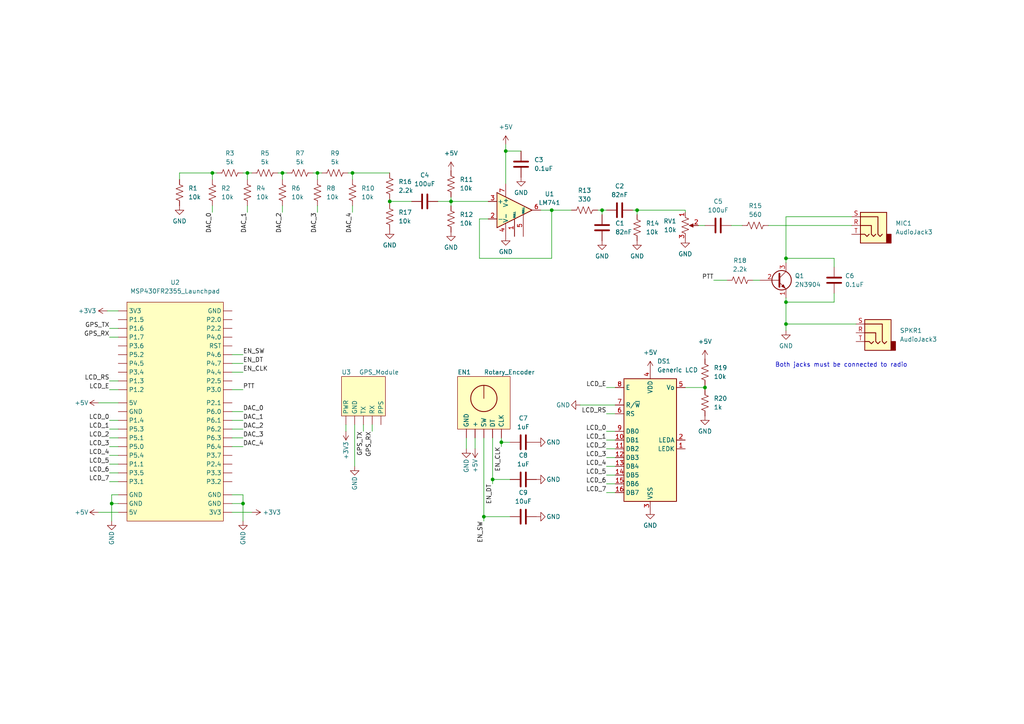
<source format=kicad_sch>
(kicad_sch (version 20211123) (generator eeschema)
  (paper "A4")
  (lib_symbols
    (symbol "APRS_Modem_Parts:GPS_Module"
      (property "Reference" "U" (at -5.08 7.62 0))
      (property "Value" "GPS_Module" (at 2.54 7.62 0))
      (symbol "GPS_Module_0_1"
        (rectangle (start -6.35 6.35) (end 6.35 -5.08) (fill (type background)))
      )
      (symbol "GPS_Module_1_1"
        (pin output line (at -2.54 -7.62 90) (length 2.54) (name "GND") (number ""))
        (pin output line (at 5.08 -7.62 90) (length 2.54) (name "PPS") (number ""))
        (pin output line (at -5.08 -7.62 90) (length 2.54) (name "PWR") (number ""))
        (pin output line (at 2.54 -7.62 90) (length 2.54) (name "RX") (number ""))
        (pin output line (at 0 -7.62 90) (length 2.54) (name "TX") (number ""))
      )
    )
    (symbol "APRS_Modem_Parts:MSP430FR2355_Launchpad"
      (property "Reference" "U" (at -12.7 13.97 0))
      (property "Value" "MSP430FR2355_Launchpad" (at 0 -52.07 0))
      (symbol "MSP430FR2355_Launchpad_0_1"
        (rectangle (start -13.97 12.7) (end 13.97 -50.8) (fill (type background)))
      )
      (symbol "MSP430FR2355_Launchpad_1_1"
        (pin bidirectional line (at -16.51 10.16 0) (length 2.54) (name "3V3") (number ""))
        (pin output line (at 16.51 -48.26 180) (length 2.54) (name "3V3") (number ""))
        (pin output line (at -16.51 -48.26 0) (length 2.54) (name "5V") (number ""))
        (pin bidirectional line (at -16.51 -16.51 0) (length 2.54) (name "5V") (number ""))
        (pin output line (at -16.51 -45.72 0) (length 2.54) (name "GND") (number ""))
        (pin output line (at -16.51 -43.18 0) (length 2.54) (name "GND") (number ""))
        (pin bidirectional line (at -16.51 -19.05 0) (length 2.54) (name "GND") (number ""))
        (pin output line (at 16.51 -45.72 180) (length 2.54) (name "GND") (number ""))
        (pin output line (at 16.51 -43.18 180) (length 2.54) (name "GND") (number ""))
        (pin output line (at 16.51 10.16 180) (length 2.54) (name "GND") (number ""))
        (pin bidirectional line (at -16.51 -34.29 0) (length 2.54) (name "P1.1") (number ""))
        (pin bidirectional line (at -16.51 -12.7 0) (length 2.54) (name "P1.2") (number ""))
        (pin bidirectional line (at -16.51 -10.16 0) (length 2.54) (name "P1.3") (number ""))
        (pin bidirectional line (at -16.51 -21.59 0) (length 2.54) (name "P1.4") (number ""))
        (pin bidirectional line (at -16.51 7.62 0) (length 2.54) (name "P1.5") (number ""))
        (pin bidirectional line (at -16.51 5.08 0) (length 2.54) (name "P1.6") (number ""))
        (pin bidirectional line (at -16.51 2.54 0) (length 2.54) (name "P1.7") (number ""))
        (pin bidirectional line (at 16.51 7.62 180) (length 2.54) (name "P2.0") (number ""))
        (pin bidirectional line (at 16.51 -16.51 180) (length 2.54) (name "P2.1") (number ""))
        (pin bidirectional line (at 16.51 5.08 180) (length 2.54) (name "P2.2") (number ""))
        (pin bidirectional line (at 16.51 -34.29 180) (length 2.54) (name "P2.4") (number ""))
        (pin bidirectional line (at 16.51 -10.16 180) (length 2.54) (name "P2.5") (number ""))
        (pin bidirectional line (at 16.51 -12.7 180) (length 2.54) (name "P3.0") (number ""))
        (pin output line (at -16.51 -39.37 0) (length 2.54) (name "P3.1") (number ""))
        (pin bidirectional line (at 16.51 -39.37 180) (length 2.54) (name "P3.2") (number ""))
        (pin bidirectional line (at 16.51 -36.83 180) (length 2.54) (name "P3.3") (number ""))
        (pin bidirectional line (at -16.51 -7.62 0) (length 2.54) (name "P3.4") (number ""))
        (pin bidirectional line (at -16.51 -36.83 0) (length 2.54) (name "P3.5") (number ""))
        (pin bidirectional line (at -16.51 0 0) (length 2.54) (name "P3.6") (number ""))
        (pin bidirectional line (at 16.51 -31.75 180) (length 2.54) (name "P3.7") (number ""))
        (pin bidirectional line (at 16.51 2.54 180) (length 2.54) (name "P4.0") (number ""))
        (pin bidirectional line (at 16.51 -7.62 180) (length 2.54) (name "P4.4") (number ""))
        (pin bidirectional line (at -16.51 -5.08 0) (length 2.54) (name "P4.5") (number ""))
        (pin bidirectional line (at 16.51 -2.54 180) (length 2.54) (name "P4.6") (number ""))
        (pin bidirectional line (at 16.51 -5.08 180) (length 2.54) (name "P4.7") (number ""))
        (pin bidirectional line (at -16.51 -29.21 0) (length 2.54) (name "P5.0") (number ""))
        (pin bidirectional line (at -16.51 -26.67 0) (length 2.54) (name "P5.1") (number ""))
        (pin bidirectional line (at -16.51 -2.54 0) (length 2.54) (name "P5.2") (number ""))
        (pin bidirectional line (at -16.51 -24.13 0) (length 2.54) (name "P5.3") (number ""))
        (pin bidirectional line (at -16.51 -31.75 0) (length 2.54) (name "P5.4") (number ""))
        (pin bidirectional line (at 16.51 -19.05 180) (length 2.54) (name "P6.0") (number ""))
        (pin bidirectional line (at 16.51 -21.59 180) (length 2.54) (name "P6.1") (number ""))
        (pin bidirectional line (at 16.51 -24.13 180) (length 2.54) (name "P6.2") (number ""))
        (pin bidirectional line (at 16.51 -26.67 180) (length 2.54) (name "P6.3") (number ""))
        (pin bidirectional line (at 16.51 -29.21 180) (length 2.54) (name "P6.4") (number ""))
        (pin bidirectional line (at 16.51 0 180) (length 2.54) (name "RST") (number ""))
      )
    )
    (symbol "APRS_Modem_Parts:Rotary_Encoder"
      (property "Reference" "EN" (at -6.35 8.89 0))
      (property "Value" "Rotary_Encoder" (at 10.16 8.89 0))
      (symbol "Rotary_Encoder_0_1"
        (rectangle (start -7.62 7.62) (end 7.62 -7.62) (fill (type background)))
        (polyline (pts (xy 0 5.08) (xy 0 1.27)) (stroke (width 0.2)))
        (circle (center 0 1.27) (radius 3.81) (stroke (width 0.25)))
      )
      (symbol "Rotary_Encoder_1_1"
        (pin input line (at -2.54 -10.16 90) (length 2.54) (name "+") (number ""))
        (pin output line (at 5.08 -10.16 90) (length 2.54) (name "CLK") (number ""))
        (pin output line (at 2.54 -10.16 90) (length 2.54) (name "DT") (number ""))
        (pin input line (at -5.08 -10.16 90) (length 2.54) (name "GND") (number ""))
        (pin output line (at 0 -10.16 90) (length 2.54) (name "SW") (number ""))
      )
    )
    (symbol "Amplifier_Operational:LM741" (pin_names (offset 0.127))
      (property "Reference" "U" (at 0 6.35 0))
      (property "Value" "LM741" (at 0 3.81 0))
      (symbol "LM741_0_1"
        (polyline (pts (xy -5.08 5.08) (xy 5.08 0) (xy -5.08 -5.08) (xy -5.08 5.08)) (stroke (width 0.254)) (fill (type background)))
      )
      (symbol "LM741_1_1"
        (pin input line (at 0 -7.62 90) (length 5.08) (name "NULL") (number "1"))
        (pin input line (at -7.62 -2.54 0) (length 2.54) (name "-") (number "2"))
        (pin input line (at -7.62 2.54 0) (length 2.54) (name "+") (number "3"))
        (pin power_in line (at -2.54 -7.62 90) (length 3.81) (name "V-") (number "4"))
        (pin input line (at 2.54 -7.62 90) (length 6.35) (name "NULL") (number "5"))
        (pin output line (at 7.62 0 180) (length 2.54) (name "~") (number "6"))
        (pin power_in line (at -2.54 7.62 270) (length 3.81) (name "V+") (number "7"))
        (pin no_connect line (at 0 2.54 270) (length 2.54) hide (name "NC") (number "8"))
      )
    )
    (symbol "Connector:AudioJack3"
      (property "Reference" "J" (at 0 8.89 0))
      (property "Value" "AudioJack3" (at 0 6.35 0))
      (symbol "AudioJack3_0_1"
        (rectangle (start -5.08 -5.08) (end -6.35 -2.54) (stroke (width 0.254)) (fill (type outline)))
        (polyline (pts (xy 0 -2.54) (xy 0.635 -3.175) (xy 1.27 -2.54) (xy 2.54 -2.54)) (stroke (width 0.254)))
        (polyline (pts (xy -1.905 -2.54) (xy -1.27 -3.175) (xy -0.635 -2.54) (xy -0.635 0) (xy 2.54 0)) (stroke (width 0.254)))
        (polyline (pts (xy 2.54 2.54) (xy -2.54 2.54) (xy -2.54 -2.54) (xy -3.175 -3.175) (xy -3.81 -2.54)) (stroke (width 0.254)))
        (rectangle (start 2.54 3.81) (end -5.08 -5.08) (stroke (width 0.254)) (fill (type background)))
      )
      (symbol "AudioJack3_1_1"
        (pin passive line (at 5.08 0 180) (length 2.54) (name "~") (number "R"))
        (pin passive line (at 5.08 2.54 180) (length 2.54) (name "~") (number "S"))
        (pin passive line (at 5.08 -2.54 180) (length 2.54) (name "~") (number "T"))
      )
    )
    (symbol "Device:C" (pin_numbers hide) (pin_names (offset 0.254))
      (property "Reference" "C" (at 0.635 2.54 0))
      (property "Value" "C" (at 0.635 -2.54 0))
      (symbol "C_0_1"
        (polyline (pts (xy -2.032 -0.762) (xy 2.032 -0.762)) (stroke (width 0.508)))
        (polyline (pts (xy -2.032 0.762) (xy 2.032 0.762)) (stroke (width 0.508)))
      )
      (symbol "C_1_1"
        (pin passive line (at 0 3.81 270) (length 2.794) (name "~") (number "1"))
        (pin passive line (at 0 -3.81 90) (length 2.794) (name "~") (number "2"))
      )
    )
    (symbol "Device:R_Potentiometer_US" (pin_names (offset 1.016) hide)
      (property "Reference" "RV" (at -4.445 0 90))
      (property "Value" "R_Potentiometer_US" (at -2.54 0 90))
      (symbol "R_Potentiometer_US_0_1"
        (polyline (pts (xy 0 -2.286) (xy 0 -2.54)))
        (polyline (pts (xy 0 2.54) (xy 0 2.286)))
        (polyline (pts (xy 2.54 0) (xy 1.524 0)))
        (polyline (pts (xy 1.143 0) (xy 2.286 0.508) (xy 2.286 -0.508) (xy 1.143 0)) (fill (type outline)))
        (polyline (pts (xy 0 -0.762) (xy 1.016 -1.143) (xy 0 -1.524) (xy -1.016 -1.905) (xy 0 -2.286)))
        (polyline (pts (xy 0 0.762) (xy 1.016 0.381) (xy 0 0) (xy -1.016 -0.381) (xy 0 -0.762)))
        (polyline (pts (xy 0 2.286) (xy 1.016 1.905) (xy 0 1.524) (xy -1.016 1.143) (xy 0 0.762)))
      )
      (symbol "R_Potentiometer_US_1_1"
        (pin passive line (at 0 3.81 270) (length 1.27) (name "1") (number "1"))
        (pin passive line (at 3.81 0 180) (length 1.27) (name "2") (number "2"))
        (pin passive line (at 0 -3.81 90) (length 1.27) (name "3") (number "3"))
      )
    )
    (symbol "Device:R_US" (pin_numbers hide) (pin_names (offset 0))
      (property "Reference" "R" (at 2.54 0 90))
      (property "Value" "R_US" (at -2.54 0 90))
      (symbol "R_US_0_1"
        (polyline (pts (xy 0 -2.286) (xy 0 -2.54)))
        (polyline (pts (xy 0 2.286) (xy 0 2.54)))
        (polyline (pts (xy 0 -0.762) (xy 1.016 -1.143) (xy 0 -1.524) (xy -1.016 -1.905) (xy 0 -2.286)))
        (polyline (pts (xy 0 0.762) (xy 1.016 0.381) (xy 0 0) (xy -1.016 -0.381) (xy 0 -0.762)))
        (polyline (pts (xy 0 2.286) (xy 1.016 1.905) (xy 0 1.524) (xy -1.016 1.143) (xy 0 0.762)))
      )
      (symbol "R_US_1_1"
        (pin passive line (at 0 3.81 270) (length 1.27) (name "~") (number "1"))
        (pin passive line (at 0 -3.81 90) (length 1.27) (name "~") (number "2"))
      )
    )
    (symbol "Display_Character:HY1602E"
      (property "Reference" "DS" (at -6.096 19.05 0))
      (property "Value" "HY1602E" (at 5.08 19.05 0))
      (symbol "HY1602E_0_1"
        (rectangle (start -7.62 17.78) (end 7.62 -17.78) (stroke (width 0.254)) (fill (type background)))
      )
      (symbol "HY1602E_1_1"
        (pin passive line (at 10.16 -2.54 180) (length 2.54) (name "LEDK") (number "1"))
        (pin bidirectional line (at -10.16 0 0) (length 2.54) (name "DB1") (number "10"))
        (pin bidirectional line (at -10.16 -2.54 0) (length 2.54) (name "DB2") (number "11"))
        (pin bidirectional line (at -10.16 -5.08 0) (length 2.54) (name "DB3") (number "12"))
        (pin bidirectional line (at -10.16 -7.62 0) (length 2.54) (name "DB4") (number "13"))
        (pin bidirectional line (at -10.16 -10.16 0) (length 2.54) (name "DB5") (number "14"))
        (pin bidirectional line (at -10.16 -12.7 0) (length 2.54) (name "DB6") (number "15"))
        (pin bidirectional line (at -10.16 -15.24 0) (length 2.54) (name "DB7") (number "16"))
        (pin passive line (at 10.16 0 180) (length 2.54) (name "LEDA") (number "2"))
        (pin power_in line (at 0 -20.32 90) (length 2.54) (name "VSS") (number "3"))
        (pin power_in line (at 0 20.32 270) (length 2.54) (name "VDD") (number "4"))
        (pin input line (at 10.16 15.24 180) (length 2.54) (name "Vo") (number "5"))
        (pin input line (at -10.16 7.62 0) (length 2.54) (name "RS") (number "6"))
        (pin input line (at -10.16 10.16 0) (length 2.54) (name "R/~{W}") (number "7"))
        (pin input line (at -10.16 15.24 0) (length 2.54) (name "E") (number "8"))
        (pin bidirectional line (at -10.16 2.54 0) (length 2.54) (name "DB0") (number "9"))
      )
    )
    (symbol "Transistor_BJT:2N3904" (pin_names (offset 0) hide)
      (property "Reference" "Q" (at 5.08 1.905 0))
      (property "Value" "2N3904" (at 5.08 0 0))
      (symbol "2N3904_0_1"
        (polyline (pts (xy 0.635 0.635) (xy 2.54 2.54)))
        (polyline (pts (xy 0.635 -0.635) (xy 2.54 -2.54) (xy 2.54 -2.54)))
        (polyline (pts (xy 0.635 1.905) (xy 0.635 -1.905) (xy 0.635 -1.905)) (stroke (width 0.508)))
        (polyline (pts (xy 1.27 -1.778) (xy 1.778 -1.27) (xy 2.286 -2.286) (xy 1.27 -1.778) (xy 1.27 -1.778)) (fill (type outline)))
        (circle (center 1.27 0) (radius 2.8194) (stroke (width 0.254)))
      )
      (symbol "2N3904_1_1"
        (pin passive line (at 2.54 -5.08 90) (length 2.54) (name "E") (number "1"))
        (pin passive line (at -5.08 0 0) (length 5.715) (name "B") (number "2"))
        (pin passive line (at 2.54 5.08 270) (length 2.54) (name "C") (number "3"))
      )
    )
    (symbol "power:+3V3" (power) (pin_names (offset 0))
      (property "Value" "+3V3" (at 0 3.556 0))
      (symbol "+3V3_0_1"
        (polyline (pts (xy -0.762 1.27) (xy 0 2.54)))
        (polyline (pts (xy 0 0) (xy 0 2.54)))
        (polyline (pts (xy 0 2.54) (xy 0.762 1.27)))
      )
      (symbol "+3V3_1_1"
        (pin power_in line (at 0 0 90) (length 0) hide (name "+3V3") (number "1"))
      )
    )
    (symbol "power:+5V" (power) (pin_names (offset 0))
      (property "Value" "+5V" (at 0 3.556 0))
      (symbol "+5V_0_1"
        (polyline (pts (xy -0.762 1.27) (xy 0 2.54)))
        (polyline (pts (xy 0 0) (xy 0 2.54)))
        (polyline (pts (xy 0 2.54) (xy 0.762 1.27)))
      )
      (symbol "+5V_1_1"
        (pin power_in line (at 0 0 90) (length 0) hide (name "+5V") (number "1"))
      )
    )
    (symbol "power:GND" (power) (pin_names (offset 0))
      (property "Value" "GND" (at 0 -3.81 0))
      (symbol "GND_0_1"
        (polyline (pts (xy 0 0) (xy 0 -1.27) (xy 1.27 -1.27) (xy 0 -2.54) (xy -1.27 -1.27) (xy 0 -1.27)))
      )
      (symbol "GND_1_1"
        (pin power_in line (at 0 0 270) (length 0) hide (name "GND") (number "1"))
      )
    )
  )
  (junction (at 32.385 146.05))
  (junction (at 184.785 60.96))
  (junction (at 227.965 93.98))
  (junction (at 81.915 50.165))
  (junction (at 61.595 50.165))
  (junction (at 140.335 149.86))
  (junction (at 71.755 50.165))
  (junction (at 145.415 128.27))
  (junction (at 70.485 146.05))
  (junction (at 160.02 60.96))
  (junction (at 142.875 139.065))
  (junction (at 204.47 112.395))
  (junction (at 92.075 50.165))
  (junction (at 146.685 43.815))
  (junction (at 227.965 74.93))
  (junction (at 130.81 58.42))
  (junction (at 113.03 58.42))
  (junction (at 174.625 60.96))
  (junction (at 227.965 87.63))
  (junction (at 102.235 50.165))
  (wire (pts (xy 204.47 112.395) (xy 204.47 113.03)))
  (wire (pts (xy 160.02 60.96) (xy 160.02 74.93)))
  (wire (pts (xy 107.95 123.19) (xy 107.95 125.095)))
  (wire (pts (xy 31.75 127) (xy 34.29 127)))
  (wire (pts (xy 207.01 81.28) (xy 210.82 81.28)))
  (wire (pts (xy 204.47 111.76) (xy 204.47 112.395)))
  (wire (pts (xy 139.065 74.93) (xy 139.065 63.5)))
  (wire (pts (xy 227.965 87.63) (xy 241.935 87.63)))
  (wire (pts (xy 67.31 102.87) (xy 70.485 102.87)))
  (wire (pts (xy 174.625 60.96) (xy 174.625 62.23)))
  (wire (pts (xy 227.965 93.98) (xy 227.965 95.885)))
  (wire (pts (xy 67.31 129.54) (xy 70.485 129.54)))
  (wire (pts (xy 241.935 85.09) (xy 241.935 87.63)))
  (wire (pts (xy 90.805 50.165) (xy 92.075 50.165)))
  (wire (pts (xy 198.755 112.395) (xy 204.47 112.395)))
  (wire (pts (xy 67.31 127) (xy 70.485 127)))
  (wire (pts (xy 184.785 60.96) (xy 184.785 62.23)))
  (wire (pts (xy 31.75 121.92) (xy 34.29 121.92)))
  (wire (pts (xy 81.915 50.165) (xy 83.185 50.165)))
  (wire (pts (xy 175.895 137.795) (xy 178.435 137.795)))
  (wire (pts (xy 102.87 123.19) (xy 102.87 135.255)))
  (wire (pts (xy 145.415 127) (xy 145.415 128.27)))
  (wire (pts (xy 227.965 87.63) (xy 227.965 93.98)))
  (wire (pts (xy 100.965 50.165) (xy 102.235 50.165)))
  (wire (pts (xy 247.015 62.865) (xy 227.965 62.865)))
  (wire (pts (xy 61.595 50.165) (xy 62.865 50.165)))
  (wire (pts (xy 32.385 146.05) (xy 32.385 151.13)))
  (wire (pts (xy 198.755 61.595) (xy 198.755 60.96)))
  (wire (pts (xy 140.335 149.86) (xy 140.335 151.13)))
  (wire (pts (xy 102.235 59.69) (xy 102.235 61.595)))
  (wire (pts (xy 32.385 143.51) (xy 32.385 146.05)))
  (wire (pts (xy 92.075 50.165) (xy 92.075 52.07)))
  (wire (pts (xy 160.02 60.96) (xy 165.735 60.96)))
  (wire (pts (xy 142.875 139.065) (xy 147.955 139.065)))
  (wire (pts (xy 142.875 127) (xy 142.875 139.065)))
  (wire (pts (xy 227.965 93.98) (xy 248.285 93.98)))
  (wire (pts (xy 227.965 86.36) (xy 227.965 87.63)))
  (wire (pts (xy 31.75 137.16) (xy 34.29 137.16)))
  (wire (pts (xy 31.75 132.08) (xy 34.29 132.08)))
  (wire (pts (xy 173.355 60.96) (xy 174.625 60.96)))
  (wire (pts (xy 168.275 117.475) (xy 178.435 117.475)))
  (wire (pts (xy 130.81 58.42) (xy 141.605 58.42)))
  (wire (pts (xy 52.07 52.07) (xy 52.07 50.165)))
  (wire (pts (xy 146.685 43.815) (xy 146.685 53.34)))
  (wire (pts (xy 67.31 107.95) (xy 70.485 107.95)))
  (wire (pts (xy 92.075 59.69) (xy 92.075 61.595)))
  (wire (pts (xy 80.645 50.165) (xy 81.915 50.165)))
  (wire (pts (xy 67.31 124.46) (xy 70.485 124.46)))
  (wire (pts (xy 142.875 139.065) (xy 142.875 140.335)))
  (wire (pts (xy 175.895 112.395) (xy 178.435 112.395)))
  (wire (pts (xy 140.335 149.86) (xy 147.955 149.86)))
  (wire (pts (xy 227.965 74.93) (xy 241.935 74.93)))
  (wire (pts (xy 102.235 50.165) (xy 113.03 50.165)))
  (wire (pts (xy 67.31 148.59) (xy 73.025 148.59)))
  (wire (pts (xy 113.03 58.42) (xy 119.38 58.42)))
  (wire (pts (xy 174.625 60.96) (xy 175.895 60.96)))
  (wire (pts (xy 202.565 65.405) (xy 204.47 65.405)))
  (wire (pts (xy 67.31 119.38) (xy 70.485 119.38)))
  (wire (pts (xy 32.385 146.05) (xy 34.29 146.05)))
  (wire (pts (xy 175.895 130.175) (xy 178.435 130.175)))
  (wire (pts (xy 31.75 97.79) (xy 34.29 97.79)))
  (wire (pts (xy 31.75 139.7) (xy 34.29 139.7)))
  (wire (pts (xy 135.255 127) (xy 135.255 130.175)))
  (wire (pts (xy 105.41 123.19) (xy 105.41 125.095)))
  (wire (pts (xy 130.81 57.15) (xy 130.81 58.42)))
  (wire (pts (xy 71.755 59.69) (xy 71.755 61.595)))
  (wire (pts (xy 139.065 63.5) (xy 141.605 63.5)))
  (wire (pts (xy 61.595 59.69) (xy 61.595 61.595)))
  (wire (pts (xy 67.31 113.03) (xy 70.485 113.03)))
  (wire (pts (xy 146.685 41.91) (xy 146.685 43.815)))
  (wire (pts (xy 81.915 59.69) (xy 81.915 61.595)))
  (wire (pts (xy 70.485 50.165) (xy 71.755 50.165)))
  (wire (pts (xy 175.895 120.015) (xy 178.435 120.015)))
  (wire (pts (xy 175.895 127.635) (xy 178.435 127.635)))
  (wire (pts (xy 227.965 74.93) (xy 227.965 76.2)))
  (wire (pts (xy 183.515 60.96) (xy 184.785 60.96)))
  (wire (pts (xy 70.485 143.51) (xy 70.485 146.05)))
  (wire (pts (xy 184.785 60.96) (xy 198.755 60.96)))
  (wire (pts (xy 218.44 81.28) (xy 220.345 81.28)))
  (wire (pts (xy 175.895 135.255) (xy 178.435 135.255)))
  (wire (pts (xy 31.75 129.54) (xy 34.29 129.54)))
  (wire (pts (xy 100.33 123.19) (xy 100.33 125.095)))
  (wire (pts (xy 71.755 50.165) (xy 73.025 50.165)))
  (wire (pts (xy 70.485 146.05) (xy 70.485 151.13)))
  (wire (pts (xy 28.575 116.84) (xy 34.29 116.84)))
  (wire (pts (xy 52.07 50.165) (xy 61.595 50.165)))
  (wire (pts (xy 31.75 95.25) (xy 34.29 95.25)))
  (wire (pts (xy 175.895 140.335) (xy 178.435 140.335)))
  (wire (pts (xy 31.75 124.46) (xy 34.29 124.46)))
  (wire (pts (xy 92.075 50.165) (xy 93.345 50.165)))
  (wire (pts (xy 67.31 105.41) (xy 70.485 105.41)))
  (wire (pts (xy 160.02 74.93) (xy 139.065 74.93)))
  (wire (pts (xy 156.845 60.96) (xy 160.02 60.96)))
  (wire (pts (xy 71.755 50.165) (xy 71.755 52.07)))
  (wire (pts (xy 227.965 62.865) (xy 227.965 74.93)))
  (wire (pts (xy 130.81 59.69) (xy 130.81 58.42)))
  (wire (pts (xy 113.03 58.42) (xy 113.03 57.785)))
  (wire (pts (xy 175.895 132.715) (xy 178.435 132.715)))
  (wire (pts (xy 145.415 128.27) (xy 147.955 128.27)))
  (wire (pts (xy 241.935 77.47) (xy 241.935 74.93)))
  (wire (pts (xy 146.685 43.815) (xy 151.13 43.815)))
  (wire (pts (xy 31.75 134.62) (xy 34.29 134.62)))
  (wire (pts (xy 137.795 127) (xy 137.795 130.175)))
  (wire (pts (xy 102.235 50.165) (xy 102.235 52.07)))
  (wire (pts (xy 81.915 50.165) (xy 81.915 52.07)))
  (wire (pts (xy 212.09 65.405) (xy 215.265 65.405)))
  (wire (pts (xy 34.29 143.51) (xy 32.385 143.51)))
  (wire (pts (xy 61.595 50.165) (xy 61.595 52.07)))
  (wire (pts (xy 67.31 121.92) (xy 70.485 121.92)))
  (wire (pts (xy 28.575 148.59) (xy 34.29 148.59)))
  (wire (pts (xy 67.31 143.51) (xy 70.485 143.51)))
  (wire (pts (xy 113.03 59.055) (xy 113.03 58.42)))
  (wire (pts (xy 222.885 65.405) (xy 247.015 65.405)))
  (wire (pts (xy 127 58.42) (xy 130.81 58.42)))
  (wire (pts (xy 31.115 90.17) (xy 34.29 90.17)))
  (wire (pts (xy 140.335 127) (xy 140.335 149.86)))
  (wire (pts (xy 67.31 146.05) (xy 70.485 146.05)))
  (wire (pts (xy 175.895 125.095) (xy 178.435 125.095)))
  (wire (pts (xy 145.415 128.27) (xy 145.415 129.54)))
  (wire (pts (xy 31.75 110.49) (xy 34.29 110.49)))
  (wire (pts (xy 175.895 142.875) (xy 178.435 142.875)))
  (wire (pts (xy 31.75 113.03) (xy 34.29 113.03)))
  (text "Both jacks must be connected to radio" (at 224.79 106.68 0) (effects (font (size 1.27 1.27)) (justify left bottom)))
  (label "LCD_7" (at 175.895 142.875 180))
  (label "LCD_0" (at 31.75 121.92 180))
  (label "LCD_4" (at 31.75 132.08 180))
  (label "LCD_7" (at 31.75 139.7 180))
  (label "LCD_0" (at 175.895 125.095 180))
  (label "LCD_RS" (at 31.75 110.49 180))
  (label "EN_CLK" (at 70.485 107.95 0))
  (label "LCD_6" (at 175.895 140.335 180))
  (label "GPS_TX" (at 105.41 125.095 270))
  (label "DAC_4" (at 70.485 129.54 0))
  (label "DAC_4" (at 102.235 61.595 270))
  (label "LCD_1" (at 175.895 127.635 180))
  (label "LCD_2" (at 175.895 130.175 180))
  (label "LCD_RS" (at 175.895 120.015 180))
  (label "EN_DT" (at 142.875 140.335 270))
  (label "DAC_0" (at 70.485 119.38 0))
  (label "DAC_1" (at 71.755 61.595 270))
  (label "GPS_RX" (at 107.95 125.095 270))
  (label "LCD_1" (at 31.75 124.46 180))
  (label "LCD_E" (at 175.895 112.395 180))
  (label "EN_CLK" (at 145.415 129.54 270))
  (label "GPS_TX" (at 31.75 95.25 180))
  (label "PTT" (at 70.485 113.03 0))
  (label "EN_SW" (at 70.485 102.87 0))
  (label "EN_SW" (at 140.335 151.13 270))
  (label "LCD_6" (at 31.75 137.16 180))
  (label "PTT" (at 207.01 81.28 180))
  (label "EN_DT" (at 70.485 105.41 0))
  (label "DAC_2" (at 70.485 124.46 0))
  (label "LCD_E" (at 31.75 113.03 180))
  (label "LCD_4" (at 175.895 135.255 180))
  (label "LCD_3" (at 175.895 132.715 180))
  (label "DAC_1" (at 70.485 121.92 0))
  (label "GPS_RX" (at 31.75 97.79 180))
  (label "LCD_5" (at 175.895 137.795 180))
  (label "DAC_3" (at 92.075 61.595 270))
  (label "DAC_0" (at 61.595 61.595 270))
  (label "LCD_3" (at 31.75 129.54 180))
  (label "DAC_2" (at 81.915 61.595 270))
  (label "LCD_2" (at 31.75 127 180))
  (label "DAC_3" (at 70.485 127 0))
  (label "LCD_5" (at 31.75 134.62 180))
  (symbol (lib_id "Device:R_US") (at 102.235 55.88 0) (unit 1)
    (property "Reference" "R10" (at 104.775 54.6099 0) (effects (justify left)))
    (property "Value" "10k" (at 104.775 57.1499 0) (effects (justify left)))
  )
  (symbol (lib_id "Device:C") (at 151.765 139.065 90) (unit 1)
    (property "Reference" "C8" (at 151.765 132.08 90))
    (property "Value" "1uF" (at 151.765 134.62 90))
  )
  (symbol (lib_id "power:+5V") (at 130.81 49.53 0) (unit 1)
    (property "Reference" "#PWR03" (effects hide))
    (property "Value" "+5V" (at 130.81 44.45 0))
  )
  (symbol (lib_id "Device:C") (at 151.13 47.625 0) (unit 1)
    (property "Reference" "C3" (at 154.94 46.3549 0) (effects (justify left)))
    (property "Value" "0.1uF" (at 154.94 48.8949 0) (effects (justify left)))
  )
  (symbol (lib_id "Device:R_US") (at 130.81 63.5 0) (unit 1)
    (property "Reference" "R12" (at 133.35 62.2299 0) (effects (justify left)))
    (property "Value" "10k" (at 133.35 64.7699 0) (effects (justify left)))
  )
  (symbol (lib_id "Device:R_Potentiometer_US") (at 198.755 65.405 0) (unit 1)
    (property "Reference" "RV1" (at 196.215 64.1349 0) (effects (justify right)))
    (property "Value" "10k" (at 196.215 66.6749 0) (effects (justify right)))
  )
  (symbol (lib_id "power:+3V3") (at 31.115 90.17 90) (unit 1)
    (property "Reference" "#PWR026" (effects hide))
    (property "Value" "+3V3" (at 27.94 90.1699 90) (effects (justify left)))
  )
  (symbol (lib_id "Device:R_US") (at 86.995 50.165 90) (unit 1)
    (property "Reference" "R7" (at 86.995 44.45 90))
    (property "Value" "5k" (at 86.995 46.99 90))
  )
  (symbol (lib_id "power:GND") (at 188.595 147.955 0) (unit 1)
    (property "Reference" "#PWR012" (effects hide))
    (property "Value" "GND" (at 188.595 152.4 0))
  )
  (symbol (lib_id "power:+5V") (at 137.795 130.175 180) (unit 1)
    (property "Reference" "#PWR017" (effects hide))
    (property "Value" "+5V" (at 137.795 137.16 90) (effects (justify right)))
  )
  (symbol (lib_id "Device:R_US") (at 214.63 81.28 90) (unit 1)
    (property "Reference" "R18" (at 214.63 75.565 90))
    (property "Value" "2.2k" (at 214.63 78.105 90))
  )
  (symbol (lib_id "power:GND") (at 227.965 95.885 0) (unit 1)
    (property "Reference" "#PWR016" (effects hide))
    (property "Value" "GND" (at 227.965 100.33 0))
  )
  (symbol (lib_id "power:GND") (at 52.07 59.69 0) (unit 1)
    (property "Reference" "#PWR01" (effects hide))
    (property "Value" "GND" (at 52.07 64.135 0))
  )
  (symbol (lib_id "Device:R_US") (at 113.03 62.865 0) (unit 1)
    (property "Reference" "R17" (at 115.57 61.5949 0) (effects (justify left)))
    (property "Value" "10k" (at 115.57 64.1349 0) (effects (justify left)))
  )
  (symbol (lib_id "Connector:AudioJack3") (at 253.365 96.52 0) (mirror y) (unit 1)
    (property "Reference" "SPKR1" (at 260.985 95.8849 0) (effects (justify right)))
    (property "Value" "AudioJack3" (at 260.985 98.4249 0) (effects (justify right)))
  )
  (symbol (lib_id "Device:C") (at 123.19 58.42 90) (unit 1)
    (property "Reference" "C4" (at 123.19 50.8 90))
    (property "Value" "100uF" (at 123.19 53.34 90))
  )
  (symbol (lib_id "power:+5V") (at 146.685 41.91 0) (unit 1)
    (property "Reference" "#PWR05" (effects hide))
    (property "Value" "+5V" (at 146.685 36.83 0))
  )
  (symbol (lib_id "power:GND") (at 135.255 130.175 0) (unit 1)
    (property "Reference" "#PWR015" (effects hide))
    (property "Value" "GND" (at 135.255 137.16 90) (effects (justify left)))
  )
  (symbol (lib_id "Device:R_US") (at 130.81 53.34 0) (unit 1)
    (property "Reference" "R11" (at 133.35 52.0699 0) (effects (justify left)))
    (property "Value" "10k" (at 133.35 54.6099 0) (effects (justify left)))
  )
  (symbol (lib_id "power:+3V3") (at 100.33 125.095 180) (unit 1)
    (property "Reference" "#PWR028" (effects hide))
    (property "Value" "+3V3" (at 100.33 133.35 90) (effects (justify right)))
  )
  (symbol (lib_id "power:GND") (at 198.755 69.215 0) (unit 1)
    (property "Reference" "#PWR011" (effects hide))
    (property "Value" "GND" (at 198.755 73.66 0))
  )
  (symbol (lib_id "APRS_Modem_Parts:MSP430FR2355_Launchpad") (at 50.8 100.33 0) (unit 1)
    (property "Reference" "U2" (at 50.8 81.915 0))
    (property "Value" "MSP430FR2355_Launchpad" (at 50.8 84.455 0))
  )
  (symbol (lib_id "Device:R_US") (at 169.545 60.96 90) (unit 1)
    (property "Reference" "R13" (at 169.545 55.245 90))
    (property "Value" "330" (at 169.545 57.785 90))
  )
  (symbol (lib_id "power:GND") (at 174.625 69.85 0) (unit 1)
    (property "Reference" "#PWR06" (effects hide))
    (property "Value" "GND" (at 174.625 74.295 0))
  )
  (symbol (lib_id "Device:R_US") (at 81.915 55.88 0) (unit 1)
    (property "Reference" "R6" (at 84.455 54.6099 0) (effects (justify left)))
    (property "Value" "10k" (at 84.455 57.1499 0) (effects (justify left)))
  )
  (symbol (lib_id "power:GND") (at 204.47 120.65 0) (unit 1)
    (property "Reference" "#PWR014" (effects hide))
    (property "Value" "GND" (at 204.47 125.095 0))
  )
  (symbol (lib_id "Device:C") (at 151.765 149.86 90) (unit 1)
    (property "Reference" "C9" (at 151.765 142.875 90))
    (property "Value" "10uF" (at 151.765 145.415 90))
  )
  (symbol (lib_id "power:GND") (at 113.03 66.675 0) (unit 1)
    (property "Reference" "#PWR09" (effects hide))
    (property "Value" "GND" (at 113.03 71.12 0))
  )
  (symbol (lib_id "Device:R_US") (at 184.785 66.04 0) (unit 1)
    (property "Reference" "R14" (at 187.325 64.7699 0) (effects (justify left)))
    (property "Value" "10k" (at 187.325 67.3099 0) (effects (justify left)))
  )
  (symbol (lib_id "Device:R_US") (at 92.075 55.88 0) (unit 1)
    (property "Reference" "R8" (at 94.615 54.6099 0) (effects (justify left)))
    (property "Value" "10k" (at 94.615 57.1499 0) (effects (justify left)))
  )
  (symbol (lib_id "power:GND") (at 146.685 68.58 0) (unit 1)
    (property "Reference" "#PWR02" (effects hide))
    (property "Value" "GND" (at 146.685 73.025 0))
  )
  (symbol (lib_id "Device:C") (at 208.28 65.405 90) (unit 1)
    (property "Reference" "C5" (at 208.28 58.42 90))
    (property "Value" "100uF" (at 208.28 60.96 90))
  )
  (symbol (lib_id "power:GND") (at 155.575 149.86 90) (unit 1)
    (property "Reference" "#PWR021" (effects hide))
    (property "Value" "GND" (at 162.56 149.86 90) (effects (justify left)))
  )
  (symbol (lib_id "APRS_Modem_Parts:Rotary_Encoder") (at 140.335 116.84 0) (unit 1)
    (property "Reference" "EN1" (at 132.715 107.95 0) (effects (justify left)))
    (property "Value" "Rotary_Encoder" (at 140.335 107.95 0) (effects (justify left)))
  )
  (symbol (lib_id "power:GND") (at 151.13 51.435 0) (unit 1)
    (property "Reference" "#PWR08" (effects hide))
    (property "Value" "GND" (at 151.13 55.88 0))
  )
  (symbol (lib_id "power:GND") (at 168.275 117.475 270) (unit 1)
    (property "Reference" "#PWR020" (effects hide))
    (property "Value" "GND" (at 161.29 117.475 90) (effects (justify left)))
  )
  (symbol (lib_id "power:+5V") (at 188.595 107.315 0) (unit 1)
    (property "Reference" "#PWR010" (effects hide))
    (property "Value" "+5V" (at 188.595 102.235 0))
  )
  (symbol (lib_id "Device:R_US") (at 113.03 53.975 0) (unit 1)
    (property "Reference" "R16" (at 115.57 52.7049 0) (effects (justify left)))
    (property "Value" "2.2k" (at 115.57 55.2449 0) (effects (justify left)))
  )
  (symbol (lib_id "Display_Character:HY1602E") (at 188.595 127.635 0) (unit 1)
    (property "Reference" "DS1" (at 190.6144 104.775 0) (effects (justify left)))
    (property "Value" "Generic LCD" (at 190.6144 107.315 0) (effects (justify left)))
    (property "Footprint" "Display:HY1602E" (effects hide))
    (property "Datasheet" "http://www.icbank.com/data/ICBShop/board/HY1602E.pdf" (effects hide))
  )
  (symbol (lib_id "Amplifier_Operational:LM741") (at 149.225 60.96 0) (unit 1)
    (property "Reference" "U1" (at 159.385 56.261 0))
    (property "Value" "LM741" (at 159.385 58.801 0))
    (property "Datasheet" "http://www.ti.com/lit/ds/symlink/lm741.pdf" (effects hide))
  )
  (symbol (lib_id "Connector:AudioJack3") (at 252.095 65.405 0) (mirror y) (unit 1)
    (property "Reference" "MIC1" (at 259.715 64.7699 0) (effects (justify right)))
    (property "Value" "AudioJack3" (at 259.715 67.3099 0) (effects (justify right)))
  )
  (symbol (lib_id "Device:C") (at 151.765 128.27 90) (unit 1)
    (property "Reference" "C7" (at 151.765 121.285 90))
    (property "Value" "1uF" (at 151.765 123.825 90))
  )
  (symbol (lib_id "Device:R_US") (at 76.835 50.165 90) (unit 1)
    (property "Reference" "R5" (at 76.835 44.45 90))
    (property "Value" "5k" (at 76.835 46.99 90))
  )
  (symbol (lib_id "Device:R_US") (at 61.595 55.88 0) (unit 1)
    (property "Reference" "R2" (at 64.135 54.6099 0) (effects (justify left)))
    (property "Value" "10k" (at 64.135 57.1499 0) (effects (justify left)))
  )
  (symbol (lib_id "Device:R_US") (at 97.155 50.165 90) (unit 1)
    (property "Reference" "R9" (at 97.155 44.45 90))
    (property "Value" "5k" (at 97.155 46.99 90))
  )
  (symbol (lib_id "power:+5V") (at 204.47 104.14 0) (unit 1)
    (property "Reference" "#PWR013" (effects hide))
    (property "Value" "+5V" (at 204.47 99.06 0))
  )
  (symbol (lib_id "power:+3V3") (at 73.025 148.59 270) (unit 1)
    (property "Reference" "#PWR027" (effects hide))
    (property "Value" "+3V3" (at 76.2 148.5899 90) (effects (justify left)))
  )
  (symbol (lib_id "power:+5V") (at 28.575 148.59 90) (unit 1)
    (property "Reference" "#PWR023" (effects hide))
    (property "Value" "+5V" (at 21.59 148.59 90) (effects (justify right)))
  )
  (symbol (lib_id "Device:C") (at 179.705 60.96 90) (unit 1)
    (property "Reference" "C2" (at 179.705 53.975 90))
    (property "Value" "82nF" (at 179.705 56.515 90))
  )
  (symbol (lib_id "power:GND") (at 155.575 128.27 90) (unit 1)
    (property "Reference" "#PWR018" (effects hide))
    (property "Value" "GND" (at 162.56 128.27 90) (effects (justify left)))
  )
  (symbol (lib_id "power:GND") (at 70.485 151.13 0) (unit 1)
    (property "Reference" "#PWR025" (effects hide))
    (property "Value" "GND" (at 70.485 158.115 90) (effects (justify left)))
  )
  (symbol (lib_id "power:GND") (at 130.81 67.31 0) (unit 1)
    (property "Reference" "#PWR04" (effects hide))
    (property "Value" "GND" (at 130.81 71.755 0))
  )
  (symbol (lib_id "Device:R_US") (at 52.07 55.88 0) (unit 1)
    (property "Reference" "R1" (at 54.61 54.6099 0) (effects (justify left)))
    (property "Value" "10k" (at 54.61 57.1499 0) (effects (justify left)))
  )
  (symbol (lib_id "Transistor_BJT:2N3904") (at 225.425 81.28 0) (unit 1)
    (property "Reference" "Q1" (at 230.505 80.0099 0) (effects (justify left)))
    (property "Value" "2N3904" (at 230.505 82.5499 0) (effects (justify left)))
    (property "Footprint" "Package_TO_SOT_THT:TO-92_Inline" (effects hide))
    (property "Datasheet" "https://www.onsemi.com/pub/Collateral/2N3903-D.PDF" (effects hide))
  )
  (symbol (lib_id "power:GND") (at 32.385 151.13 0) (unit 1)
    (property "Reference" "#PWR024" (effects hide))
    (property "Value" "GND" (at 32.385 158.115 90) (effects (justify left)))
  )
  (symbol (lib_id "power:GND") (at 184.785 69.85 0) (unit 1)
    (property "Reference" "#PWR07" (effects hide))
    (property "Value" "GND" (at 184.785 74.295 0))
  )
  (symbol (lib_id "Device:R_US") (at 71.755 55.88 0) (unit 1)
    (property "Reference" "R4" (at 74.295 54.6099 0) (effects (justify left)))
    (property "Value" "10k" (at 74.295 57.1499 0) (effects (justify left)))
  )
  (symbol (lib_id "Device:C") (at 241.935 81.28 0) (unit 1)
    (property "Reference" "C6" (at 245.11 80.0099 0) (effects (justify left)))
    (property "Value" "0.1uF" (at 245.11 82.5499 0) (effects (justify left)))
  )
  (symbol (lib_id "Device:R_US") (at 219.075 65.405 90) (unit 1)
    (property "Reference" "R15" (at 219.075 59.69 90))
    (property "Value" "560" (at 219.075 62.23 90))
  )
  (symbol (lib_id "Device:R_US") (at 204.47 107.95 0) (unit 1)
    (property "Reference" "R19" (at 207.01 106.6799 0) (effects (justify left)))
    (property "Value" "10k" (at 207.01 109.2199 0) (effects (justify left)))
  )
  (symbol (lib_id "Device:C") (at 174.625 66.04 0) (unit 1)
    (property "Reference" "C1" (at 178.435 64.7699 0) (effects (justify left)))
    (property "Value" "82nF" (at 178.435 67.3099 0) (effects (justify left)))
  )
  (symbol (lib_id "power:GND") (at 155.575 139.065 90) (unit 1)
    (property "Reference" "#PWR019" (effects hide))
    (property "Value" "GND" (at 162.56 139.065 90) (effects (justify left)))
  )
  (symbol (lib_id "APRS_Modem_Parts:GPS_Module") (at 105.41 115.57 0) (unit 1)
    (property "Reference" "U3" (at 99.06 107.95 0) (effects (justify left)))
    (property "Value" "GPS_Module" (at 104.14 107.95 0) (effects (justify left)))
  )
  (symbol (lib_id "power:+5V") (at 28.575 116.84 90) (unit 1)
    (property "Reference" "#PWR022" (effects hide))
    (property "Value" "+5V" (at 21.59 116.84 90) (effects (justify right)))
  )
  (symbol (lib_id "Device:R_US") (at 204.47 116.84 0) (unit 1)
    (property "Reference" "R20" (at 207.01 115.5699 0) (effects (justify left)))
    (property "Value" "1k" (at 207.01 118.1099 0) (effects (justify left)))
  )
  (symbol (lib_id "Device:R_US") (at 66.675 50.165 90) (unit 1)
    (property "Reference" "R3" (at 66.675 44.45 90))
    (property "Value" "5k" (at 66.675 46.99 90))
  )
  (symbol (lib_id "power:GND") (at 102.87 135.255 0) (unit 1)
    (property "Reference" "#PWR029" (effects hide))
    (property "Value" "GND" (at 102.87 142.24 90) (effects (justify left)))
  )
)
</source>
